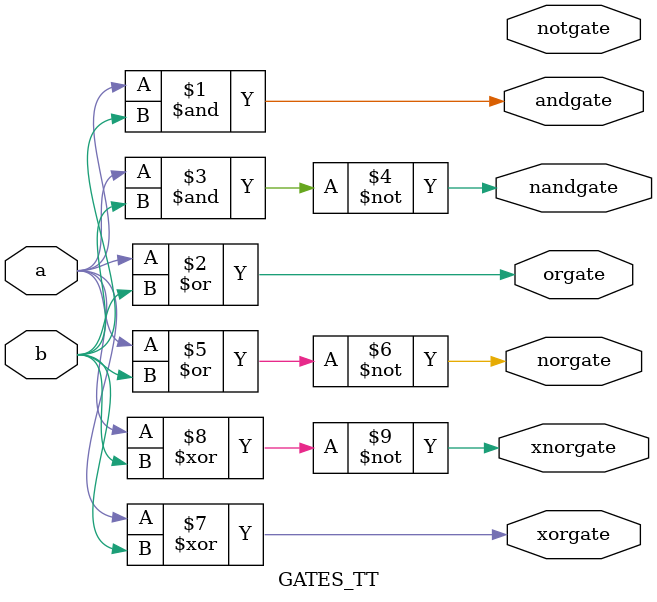
<source format=v>
module GATES_TT(a,b,andgate,orgate,notgate,nandgate,norgate,xorgate,xnorgate);
input a,b;
output andgate,orgate,notgate,nandgate,norgate,xorgate,xnorgate;
and(andgate,a,b);
or(orgate,a,b);

nand(nandgate,a,b);
nor(norgate,a,b);
xor(xorgate,a,b);
xnor(xnorgate,a,b);

endmodule

</source>
